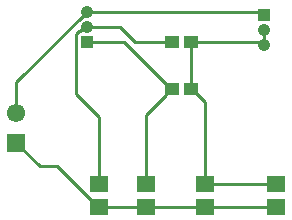
<source format=gtl>
G04*
G04 #@! TF.GenerationSoftware,Altium Limited,Altium Designer,25.2.1 (25)*
G04*
G04 Layer_Physical_Order=1*
G04 Layer_Color=255*
%FSLAX44Y44*%
%MOMM*%
G71*
G04*
G04 #@! TF.SameCoordinates,E59C81FF-183B-4B4C-A30A-65E7F72278B8*
G04*
G04*
G04 #@! TF.FilePolarity,Positive*
G04*
G01*
G75*
%ADD12R,1.2065X1.0582*%
%ADD13R,1.5500X1.3500*%
%ADD17R,1.0500X1.0500*%
%ADD18C,1.0500*%
%ADD19C,0.2540*%
%ADD20C,1.5500*%
%ADD21R,1.5500X1.5500*%
D12*
X178259Y170000D02*
D03*
X161741D02*
D03*
Y210000D02*
D03*
X178259D02*
D03*
D13*
X250000Y89750D02*
D03*
Y70250D02*
D03*
X190000Y89750D02*
D03*
Y70250D02*
D03*
X140000Y89750D02*
D03*
Y70250D02*
D03*
X100000Y89750D02*
D03*
Y70250D02*
D03*
D17*
X240000Y232700D02*
D03*
X90000Y210000D02*
D03*
D18*
X240000Y220000D02*
D03*
Y207300D02*
D03*
X90000Y222700D02*
D03*
Y235400D02*
D03*
D19*
X240000Y207300D02*
Y220000D01*
X190000Y70250D02*
X250000D01*
X140000D02*
X190000D01*
X100000D02*
X140000D01*
X30000Y124600D02*
X50000Y104600D01*
X30000Y150000D02*
Y175513D01*
X130916Y210000D02*
X161741D01*
X118216Y222700D02*
X130916Y210000D01*
X90000Y222700D02*
X118216D01*
X100000Y89750D02*
Y146499D01*
X80940Y165559D02*
X100000Y146499D01*
X80940Y165559D02*
Y216828D01*
X83172Y219060D01*
X84206D01*
X87846Y222700D01*
X90000D01*
X140000Y89750D02*
Y148259D01*
X156979Y165238D01*
Y165979D01*
X161000Y170000D01*
X161741D01*
X121000Y210000D02*
X161000Y170000D01*
X90000Y210000D02*
X121000D01*
X237300Y235400D02*
X240000Y232700D01*
X90000Y235400D02*
X237300D01*
X89887D02*
X90000D01*
X30000Y175513D02*
X89887Y235400D01*
X237846Y207300D02*
X240000D01*
X235146Y210000D02*
X237846Y207300D01*
X178259Y210000D02*
X235146D01*
X178259Y170000D02*
Y210000D01*
X179000Y170000D02*
X190000Y159000D01*
Y89750D02*
Y159000D01*
Y89750D02*
X250000D01*
X99000Y70250D02*
X100000D01*
X64650Y104600D02*
X99000Y70250D01*
X50000Y104600D02*
X64650D01*
D20*
X30000Y150000D02*
D03*
D21*
Y124600D02*
D03*
M02*

</source>
